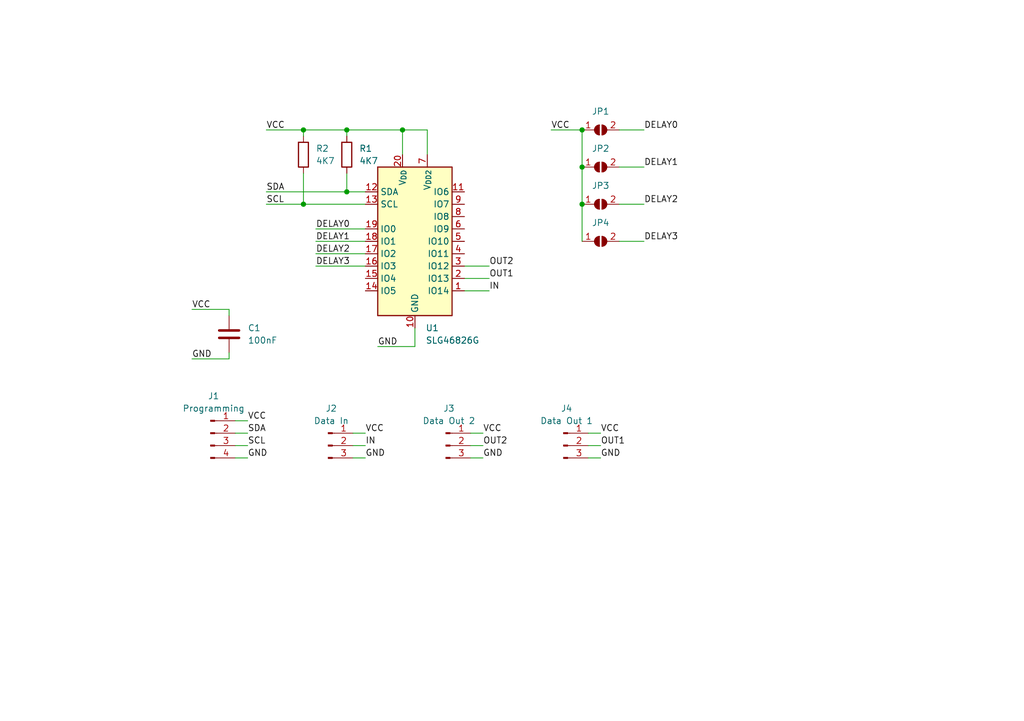
<source format=kicad_sch>
(kicad_sch (version 20230121) (generator eeschema)
  (paper "A5")
  (title_block (title "WS2812 Splitter") (date "2023-12-21") (rev "1.0") (company "Matt Davis"))
  (lib_symbols
    (symbol "CPLD_Renesas:SLG46826G"
      (property "Reference" "U" (at 5.08 16.51 0))
      (property "Value" "SLG46826G" (at 6.35 -16.51 0))
      (symbol "SLG46826G_1_1"
        (rectangle (start -7.62 15.24) (end 7.62 -15.24) (stroke (width 0.254)) (fill (type background)))
        (pin bidirectional line (at 10.16 -10.16 180) (length 2.54) (name "IO14") (number "1"))
        (pin power_in line (at 0 -17.78 90) (length 2.54) (name "GND") (number "10"))
        (pin output line (at 10.16 10.16 180) (length 2.54) (name "IO6") (number "11"))
        (pin bidirectional line (at -10.16 10.16 0) (length 2.54) (name "SDA") (number "12"))
        (pin bidirectional line (at -10.16 7.62 0) (length 2.54) (name "SCL") (number "13"))
        (pin bidirectional line (at -10.16 -10.16 0) (length 2.54) (name "IO5") (number "14"))
        (pin bidirectional line (at -10.16 -7.62 0) (length 2.54) (name "IO4") (number "15"))
        (pin bidirectional line (at -10.16 -5.08 0) (length 2.54) (name "IO3") (number "16"))
        (pin bidirectional line (at -10.16 -2.54 0) (length 2.54) (name "IO2") (number "17"))
        (pin bidirectional line (at -10.16 0 0) (length 2.54) (name "IO1") (number "18"))
        (pin bidirectional line (at -10.16 2.54 0) (length 2.54) (name "IO0") (number "19"))
        (pin bidirectional line (at 10.16 -7.62 180) (length 2.54) (name "IO13") (number "2"))
        (pin power_in line (at -2.54 17.78 270) (length 2.54) (name "V_{DD}") (number "20"))
        (pin bidirectional line (at 10.16 -5.08 180) (length 2.54) (name "IO12") (number "3"))
        (pin bidirectional line (at 10.16 -2.54 180) (length 2.54) (name "IO11") (number "4"))
        (pin bidirectional line (at 10.16 0 180) (length 2.54) (name "IO10") (number "5"))
        (pin bidirectional line (at 10.16 2.54 180) (length 2.54) (name "IO9") (number "6"))
        (pin power_in line (at 2.54 17.78 270) (length 2.54) (name "V_{DD2}") (number "7"))
        (pin bidirectional line (at 10.16 5.08 180) (length 2.54) (name "IO8") (number "8"))
        (pin output line (at 10.16 7.62 180) (length 2.54) (name "IO7") (number "9"))
      )
    )
    (symbol "Connector:Conn_01x03_Pin" (pin_names (offset 1.016) hide)
      (property "Reference" "J" (at 0 5.08 0))
      (property "Value" "Conn_01x03_Pin" (at 0 -5.08 0))
      (symbol "Conn_01x03_Pin_1_1"
        (polyline (pts (xy 1.27 -2.54) (xy 0.8636 -2.54)) (stroke (width 0.1524)))
        (polyline (pts (xy 1.27 0) (xy 0.8636 0)) (stroke (width 0.1524)))
        (polyline (pts (xy 1.27 2.54) (xy 0.8636 2.54)) (stroke (width 0.1524)))
        (rectangle (start 0.8636 -2.413) (end 0 -2.667) (stroke (width 0.1524)) (fill (type outline)))
        (rectangle (start 0.8636 0.127) (end 0 -0.127) (stroke (width 0.1524)) (fill (type outline)))
        (rectangle (start 0.8636 2.667) (end 0 2.413) (stroke (width 0.1524)) (fill (type outline)))
        (pin passive line (at 5.08 2.54 180) (length 3.81) (name "Pin_1") (number "1"))
        (pin passive line (at 5.08 0 180) (length 3.81) (name "Pin_2") (number "2"))
        (pin passive line (at 5.08 -2.54 180) (length 3.81) (name "Pin_3") (number "3"))
      )
    )
    (symbol "Connector:Conn_01x04_Pin" (pin_names (offset 1.016) hide)
      (property "Reference" "J" (at 0 5.08 0))
      (property "Value" "Conn_01x04_Pin" (at 0 -7.62 0))
      (symbol "Conn_01x04_Pin_1_1"
        (polyline (pts (xy 1.27 -5.08) (xy 0.8636 -5.08)) (stroke (width 0.1524)))
        (polyline (pts (xy 1.27 -2.54) (xy 0.8636 -2.54)) (stroke (width 0.1524)))
        (polyline (pts (xy 1.27 0) (xy 0.8636 0)) (stroke (width 0.1524)))
        (polyline (pts (xy 1.27 2.54) (xy 0.8636 2.54)) (stroke (width 0.1524)))
        (rectangle (start 0.8636 -4.953) (end 0 -5.207) (stroke (width 0.1524)) (fill (type outline)))
        (rectangle (start 0.8636 -2.413) (end 0 -2.667) (stroke (width 0.1524)) (fill (type outline)))
        (rectangle (start 0.8636 0.127) (end 0 -0.127) (stroke (width 0.1524)) (fill (type outline)))
        (rectangle (start 0.8636 2.667) (end 0 2.413) (stroke (width 0.1524)) (fill (type outline)))
        (pin passive line (at 5.08 2.54 180) (length 3.81) (name "Pin_1") (number "1"))
        (pin passive line (at 5.08 0 180) (length 3.81) (name "Pin_2") (number "2"))
        (pin passive line (at 5.08 -2.54 180) (length 3.81) (name "Pin_3") (number "3"))
        (pin passive line (at 5.08 -5.08 180) (length 3.81) (name "Pin_4") (number "4"))
      )
    )
    (symbol "Device:C" (pin_numbers hide) (pin_names (offset 0.254))
      (property "Reference" "C" (at 0.635 2.54 0))
      (property "Value" "C" (at 0.635 -2.54 0))
      (symbol "C_0_1"
        (polyline (pts (xy -2.032 -0.762) (xy 2.032 -0.762)) (stroke (width 0.508)))
        (polyline (pts (xy -2.032 0.762) (xy 2.032 0.762)) (stroke (width 0.508)))
      )
      (symbol "C_1_1"
        (pin passive line (at 0 3.81 270) (length 2.794) (name "~") (number "1"))
        (pin passive line (at 0 -3.81 90) (length 2.794) (name "~") (number "2"))
      )
    )
    (symbol "Device:R" (pin_numbers hide) (pin_names (offset 0))
      (property "Reference" "R" (at 2.032 0 90))
      (property "Value" "R" (at 0 0 90))
      (symbol "R_0_1"
        (rectangle (start -1.016 -2.54) (end 1.016 2.54) (stroke (width 0.254)))
      )
      (symbol "R_1_1"
        (pin passive line (at 0 3.81 270) (length 1.27) (name "~") (number "1"))
        (pin passive line (at 0 -3.81 90) (length 1.27) (name "~") (number "2"))
      )
    )
    (symbol "Jumper:SolderJumper_2_Open" (pin_names (offset 0) hide)
      (property "Reference" "JP" (at 0 2.032 0))
      (property "Value" "SolderJumper_2_Open" (at 0 -2.54 0))
      (symbol "SolderJumper_2_Open_0_1"
        (arc (start -0.254 1.016) (mid -1.2656 0) (end -0.254 -1.016))
        (arc (start -0.254 1.016) (mid -1.2656 0) (end -0.254 -1.016) (fill (type outline)))
        (polyline (pts (xy -0.254 1.016) (xy -0.254 -1.016)))
        (polyline (pts (xy 0.254 1.016) (xy 0.254 -1.016)))
        (arc (start 0.254 -1.016) (mid 1.2656 0) (end 0.254 1.016))
        (arc (start 0.254 -1.016) (mid 1.2656 0) (end 0.254 1.016) (fill (type outline)))
      )
      (symbol "SolderJumper_2_Open_1_1"
        (pin passive line (at -3.81 0 0) (length 2.54) (name "A") (number "1"))
        (pin passive line (at 3.81 0 180) (length 2.54) (name "B") (number "2"))
      )
    )
  )
  (junction (at 119.38 41.91))
  (junction (at 71.12 39.37))
  (junction (at 119.38 34.29))
  (junction (at 82.55 26.67))
  (junction (at 62.23 41.91))
  (junction (at 119.38 26.67))
  (junction (at 71.12 26.67))
  (junction (at 62.23 26.67))
  (wire (pts (xy 95.25 59.69) (xy 100.33 59.69)))
  (wire (pts (xy 74.93 88.9) (xy 72.39 88.9)))
  (wire (pts (xy 119.38 41.91) (xy 119.38 49.53)))
  (wire (pts (xy 71.12 35.56) (xy 71.12 39.37)))
  (wire (pts (xy 50.8 88.9) (xy 48.26 88.9)))
  (wire (pts (xy 95.25 57.15) (xy 100.33 57.15)))
  (wire (pts (xy 39.37 63.5) (xy 46.99 63.5)))
  (wire (pts (xy 82.55 31.75) (xy 82.55 26.67)))
  (wire (pts (xy 85.09 71.12) (xy 85.09 67.31)))
  (wire (pts (xy 62.23 35.56) (xy 62.23 41.91)))
  (wire (pts (xy 64.77 49.53) (xy 74.93 49.53)))
  (wire (pts (xy 64.77 54.61) (xy 74.93 54.61)))
  (wire (pts (xy 71.12 39.37) (xy 74.93 39.37)))
  (wire (pts (xy 113.03 26.67) (xy 119.38 26.67)))
  (wire (pts (xy 77.47 71.12) (xy 85.09 71.12)))
  (wire (pts (xy 74.93 91.44) (xy 72.39 91.44)))
  (wire (pts (xy 54.61 26.67) (xy 62.23 26.67)))
  (wire (pts (xy 46.99 72.39) (xy 46.99 73.66)))
  (wire (pts (xy 123.19 91.44) (xy 120.65 91.44)))
  (wire (pts (xy 71.12 27.94) (xy 71.12 26.67)))
  (wire (pts (xy 50.8 91.44) (xy 48.26 91.44)))
  (wire (pts (xy 64.77 46.99) (xy 74.93 46.99)))
  (wire (pts (xy 119.38 26.67) (xy 119.38 34.29)))
  (wire (pts (xy 62.23 27.94) (xy 62.23 26.67)))
  (wire (pts (xy 62.23 26.67) (xy 71.12 26.67)))
  (wire (pts (xy 127 49.53) (xy 132.08 49.53)))
  (wire (pts (xy 50.8 93.98) (xy 48.26 93.98)))
  (wire (pts (xy 99.06 91.44) (xy 96.52 91.44)))
  (wire (pts (xy 99.06 93.98) (xy 96.52 93.98)))
  (wire (pts (xy 82.55 26.67) (xy 87.63 26.67)))
  (wire (pts (xy 64.77 52.07) (xy 74.93 52.07)))
  (wire (pts (xy 127 34.29) (xy 132.08 34.29)))
  (wire (pts (xy 95.25 54.61) (xy 100.33 54.61)))
  (wire (pts (xy 46.99 73.66) (xy 39.37 73.66)))
  (wire (pts (xy 54.61 39.37) (xy 71.12 39.37)))
  (wire (pts (xy 123.19 93.98) (xy 120.65 93.98)))
  (wire (pts (xy 119.38 34.29) (xy 119.38 41.91)))
  (wire (pts (xy 127 26.67) (xy 132.08 26.67)))
  (wire (pts (xy 87.63 31.75) (xy 87.63 26.67)))
  (wire (pts (xy 74.93 93.98) (xy 72.39 93.98)))
  (wire (pts (xy 71.12 26.67) (xy 82.55 26.67)))
  (wire (pts (xy 123.19 88.9) (xy 120.65 88.9)))
  (wire (pts (xy 50.8 86.36) (xy 48.26 86.36)))
  (wire (pts (xy 46.99 63.5) (xy 46.99 64.77)))
  (wire (pts (xy 127 41.91) (xy 132.08 41.91)))
  (wire (pts (xy 99.06 88.9) (xy 96.52 88.9)))
  (wire (pts (xy 62.23 41.91) (xy 74.93 41.91)))
  (wire (pts (xy 54.61 41.91) (xy 62.23 41.91)))
  (label "DELAY3" (at 64.77 54.61 0))
  (label "DELAY2" (at 132.08 41.91 0))
  (label "OUT1" (at 123.19 91.44 0))
  (label "GND" (at 39.37 73.66 0))
  (label "GND" (at 123.19 93.98 0))
  (label "DELAY1" (at 132.08 34.29 0))
  (label "SDA" (at 50.8 88.9 0))
  (label "OUT1" (at 100.33 57.15 0))
  (label "DELAY1" (at 64.77 49.53 0))
  (label "DELAY2" (at 64.77 52.07 0))
  (label "SCL" (at 54.61 41.91 0))
  (label "VCC" (at 54.61 26.67 0))
  (label "DELAY3" (at 132.08 49.53 0))
  (label "GND" (at 77.47 71.12 0))
  (label "GND" (at 50.8 93.98 0))
  (label "SCL" (at 50.8 91.44 0))
  (label "OUT2" (at 99.06 91.44 0))
  (label "VCC" (at 123.19 88.9 0))
  (label "VCC" (at 74.93 88.9 0))
  (label "GND" (at 74.93 93.98 0))
  (label "DELAY0" (at 64.77 46.99 0))
  (label "GND" (at 99.06 93.98 0))
  (label "IN" (at 74.93 91.44 0))
  (label "VCC" (at 113.03 26.67 0))
  (label "VCC" (at 39.37 63.5 0))
  (label "SDA" (at 54.61 39.37 0))
  (label "IN" (at 100.33 59.69 0))
  (label "VCC" (at 50.8 86.36 0))
  (label "DELAY0" (at 132.08 26.67 0))
  (label "OUT2" (at 100.33 54.61 0))
  (label "VCC" (at 99.06 88.9 0))
  (symbol (lib_id "Connector:Conn_01x03_Pin") (at 67.31 91.44 0) (unit 1)
    (property "Reference" "J2" (at 67.945 83.82 0))
    (property "Value" "Data In" (at 67.945 86.36 0))
    (property "Footprint" "Connector_PinSocket_2.54mm:PinSocket_1x03_P2.54mm_Vertical" (effects hide))
  )
  (symbol (lib_id "Connector:Conn_01x03_Pin") (at 115.57 91.44 0) (unit 1)
    (property "Reference" "J4" (at 116.205 83.82 0))
    (property "Value" "Data Out 1" (at 116.205 86.36 0))
    (property "Footprint" "Connector_PinSocket_2.54mm:PinSocket_1x03_P2.54mm_Vertical" (effects hide))
  )
  (symbol (lib_id "Jumper:SolderJumper_2_Open") (at 123.19 41.91 0) (unit 1)
    (property "Reference" "JP3" (at 123.19 38.1 0))
    (property "Value" "Delay2" (effects hide))
    (property "Footprint" "Jumper:SolderJumper-2_P1.3mm_Open_Pad1.0x1.5mm" (effects hide))
  )
  (symbol (lib_id "Device:R") (at 71.12 31.75 0) (unit 1)
    (property "Reference" "R1" (at 73.66 30.48 0) (effects (justify left)))
    (property "Value" "4K7" (at 73.66 33.02 0) (effects (justify left)))
    (property "Footprint" "Resistor_SMD:R_0805_2012Metric_Pad1.20x1.40mm_HandSolder" (effects hide))
  )
  (symbol (lib_id "Connector:Conn_01x04_Pin") (at 43.18 88.9 0) (unit 1)
    (property "Reference" "J1" (at 43.815 81.28 0))
    (property "Value" "Programming" (at 43.815 83.82 0))
    (property "Footprint" "Connector_PinSocket_2.54mm:PinSocket_1x04_P2.54mm_Vertical" (effects hide))
  )
  (symbol (lib_id "Jumper:SolderJumper_2_Open") (at 123.19 34.29 0) (unit 1)
    (property "Reference" "JP2" (at 123.19 30.48 0))
    (property "Value" "Delay1" (effects hide))
    (property "Footprint" "Jumper:SolderJumper-2_P1.3mm_Open_Pad1.0x1.5mm" (effects hide))
  )
  (symbol (lib_id "CPLD_Renesas:SLG46826G") (at 85.09 49.53 0) (unit 1)
    (property "Reference" "U1" (at 87.2841 67.31 0) (effects (justify left)))
    (property "Value" "SLG46826G" (at 87.2841 69.85 0) (effects (justify left)))
    (property "Footprint" "Package_SO:TSSOP-20_4.4x6.5mm_P0.65mm" (effects hide))
    (property "Datasheet" "https://www.renesas.com/in/en/document/dst/slg46826-datasheet" (effects hide))
  )
  (symbol (lib_id "Device:R") (at 62.23 31.75 0) (unit 1)
    (property "Reference" "R2" (at 64.77 30.48 0) (effects (justify left)))
    (property "Value" "4K7" (at 64.77 33.02 0) (effects (justify left)))
    (property "Footprint" "Resistor_SMD:R_0805_2012Metric_Pad1.20x1.40mm_HandSolder" (effects hide))
  )
  (symbol (lib_id "Jumper:SolderJumper_2_Open") (at 123.19 49.53 0) (unit 1)
    (property "Reference" "JP4" (at 123.19 45.72 0))
    (property "Value" "Delay3" (effects hide))
    (property "Footprint" "Jumper:SolderJumper-2_P1.3mm_Open_Pad1.0x1.5mm" (effects hide))
  )
  (symbol (lib_id "Connector:Conn_01x03_Pin") (at 91.44 91.44 0) (unit 1)
    (property "Reference" "J3" (at 92.075 83.82 0))
    (property "Value" "Data Out 2" (at 92.075 86.36 0))
    (property "Footprint" "Connector_PinSocket_2.54mm:PinSocket_1x03_P2.54mm_Vertical" (effects hide))
  )
  (symbol (lib_id "Device:C") (at 46.99 68.58 0) (unit 1)
    (property "Reference" "C1" (at 50.8 67.31 0) (effects (justify left)))
    (property "Value" "100nF" (at 50.8 69.85 0) (effects (justify left)))
    (property "Footprint" "Capacitor_SMD:C_0805_2012Metric_Pad1.18x1.45mm_HandSolder" (effects hide))
  )
  (symbol (lib_id "Jumper:SolderJumper_2_Open") (at 123.19 26.67 0) (unit 1)
    (property "Reference" "JP1" (at 123.19 22.86 0))
    (property "Value" "Delay0" (effects hide))
    (property "Footprint" "Jumper:SolderJumper-2_P1.3mm_Open_Pad1.0x1.5mm" (effects hide))
  )
)
</source>
